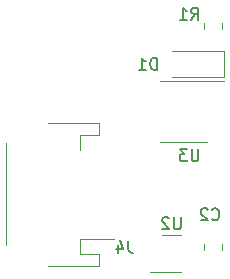
<source format=gbr>
%TF.GenerationSoftware,KiCad,Pcbnew,7.0.2*%
%TF.CreationDate,2023-05-24T14:34:07-04:00*%
%TF.ProjectId,mcumod-at6,6d63756d-6f64-42d6-9174-362e6b696361,rev?*%
%TF.SameCoordinates,Original*%
%TF.FileFunction,Legend,Bot*%
%TF.FilePolarity,Positive*%
%FSLAX46Y46*%
G04 Gerber Fmt 4.6, Leading zero omitted, Abs format (unit mm)*
G04 Created by KiCad (PCBNEW 7.0.2) date 2023-05-24 14:34:07*
%MOMM*%
%LPD*%
G01*
G04 APERTURE LIST*
%ADD10C,0.150000*%
%ADD11C,0.120000*%
G04 APERTURE END LIST*
D10*
%TO.C,D1*%
X113238094Y-111462619D02*
X113238094Y-110462619D01*
X113238094Y-110462619D02*
X112999999Y-110462619D01*
X112999999Y-110462619D02*
X112857142Y-110510238D01*
X112857142Y-110510238D02*
X112761904Y-110605476D01*
X112761904Y-110605476D02*
X112714285Y-110700714D01*
X112714285Y-110700714D02*
X112666666Y-110891190D01*
X112666666Y-110891190D02*
X112666666Y-111034047D01*
X112666666Y-111034047D02*
X112714285Y-111224523D01*
X112714285Y-111224523D02*
X112761904Y-111319761D01*
X112761904Y-111319761D02*
X112857142Y-111415000D01*
X112857142Y-111415000D02*
X112999999Y-111462619D01*
X112999999Y-111462619D02*
X113238094Y-111462619D01*
X111714285Y-111462619D02*
X112285713Y-111462619D01*
X111999999Y-111462619D02*
X111999999Y-110462619D01*
X111999999Y-110462619D02*
X112095237Y-110605476D01*
X112095237Y-110605476D02*
X112190475Y-110700714D01*
X112190475Y-110700714D02*
X112285713Y-110748333D01*
%TO.C,J4*%
X110833333Y-125962619D02*
X110833333Y-126676904D01*
X110833333Y-126676904D02*
X110880952Y-126819761D01*
X110880952Y-126819761D02*
X110976190Y-126915000D01*
X110976190Y-126915000D02*
X111119047Y-126962619D01*
X111119047Y-126962619D02*
X111214285Y-126962619D01*
X109928571Y-126295952D02*
X109928571Y-126962619D01*
X110166666Y-125915000D02*
X110404761Y-126629285D01*
X110404761Y-126629285D02*
X109785714Y-126629285D01*
%TO.C,U3*%
X116761904Y-118212619D02*
X116761904Y-119022142D01*
X116761904Y-119022142D02*
X116714285Y-119117380D01*
X116714285Y-119117380D02*
X116666666Y-119165000D01*
X116666666Y-119165000D02*
X116571428Y-119212619D01*
X116571428Y-119212619D02*
X116380952Y-119212619D01*
X116380952Y-119212619D02*
X116285714Y-119165000D01*
X116285714Y-119165000D02*
X116238095Y-119117380D01*
X116238095Y-119117380D02*
X116190476Y-119022142D01*
X116190476Y-119022142D02*
X116190476Y-118212619D01*
X115809523Y-118212619D02*
X115190476Y-118212619D01*
X115190476Y-118212619D02*
X115523809Y-118593571D01*
X115523809Y-118593571D02*
X115380952Y-118593571D01*
X115380952Y-118593571D02*
X115285714Y-118641190D01*
X115285714Y-118641190D02*
X115238095Y-118688809D01*
X115238095Y-118688809D02*
X115190476Y-118784047D01*
X115190476Y-118784047D02*
X115190476Y-119022142D01*
X115190476Y-119022142D02*
X115238095Y-119117380D01*
X115238095Y-119117380D02*
X115285714Y-119165000D01*
X115285714Y-119165000D02*
X115380952Y-119212619D01*
X115380952Y-119212619D02*
X115666666Y-119212619D01*
X115666666Y-119212619D02*
X115761904Y-119165000D01*
X115761904Y-119165000D02*
X115809523Y-119117380D01*
%TO.C,U2*%
X115261904Y-123962619D02*
X115261904Y-124772142D01*
X115261904Y-124772142D02*
X115214285Y-124867380D01*
X115214285Y-124867380D02*
X115166666Y-124915000D01*
X115166666Y-124915000D02*
X115071428Y-124962619D01*
X115071428Y-124962619D02*
X114880952Y-124962619D01*
X114880952Y-124962619D02*
X114785714Y-124915000D01*
X114785714Y-124915000D02*
X114738095Y-124867380D01*
X114738095Y-124867380D02*
X114690476Y-124772142D01*
X114690476Y-124772142D02*
X114690476Y-123962619D01*
X114261904Y-124057857D02*
X114214285Y-124010238D01*
X114214285Y-124010238D02*
X114119047Y-123962619D01*
X114119047Y-123962619D02*
X113880952Y-123962619D01*
X113880952Y-123962619D02*
X113785714Y-124010238D01*
X113785714Y-124010238D02*
X113738095Y-124057857D01*
X113738095Y-124057857D02*
X113690476Y-124153095D01*
X113690476Y-124153095D02*
X113690476Y-124248333D01*
X113690476Y-124248333D02*
X113738095Y-124391190D01*
X113738095Y-124391190D02*
X114309523Y-124962619D01*
X114309523Y-124962619D02*
X113690476Y-124962619D01*
%TO.C,R1*%
X116166666Y-107212619D02*
X116499999Y-106736428D01*
X116738094Y-107212619D02*
X116738094Y-106212619D01*
X116738094Y-106212619D02*
X116357142Y-106212619D01*
X116357142Y-106212619D02*
X116261904Y-106260238D01*
X116261904Y-106260238D02*
X116214285Y-106307857D01*
X116214285Y-106307857D02*
X116166666Y-106403095D01*
X116166666Y-106403095D02*
X116166666Y-106545952D01*
X116166666Y-106545952D02*
X116214285Y-106641190D01*
X116214285Y-106641190D02*
X116261904Y-106688809D01*
X116261904Y-106688809D02*
X116357142Y-106736428D01*
X116357142Y-106736428D02*
X116738094Y-106736428D01*
X115214285Y-107212619D02*
X115785713Y-107212619D01*
X115499999Y-107212619D02*
X115499999Y-106212619D01*
X115499999Y-106212619D02*
X115595237Y-106355476D01*
X115595237Y-106355476D02*
X115690475Y-106450714D01*
X115690475Y-106450714D02*
X115785713Y-106498333D01*
%TO.C,C2*%
X117916666Y-124117380D02*
X117964285Y-124165000D01*
X117964285Y-124165000D02*
X118107142Y-124212619D01*
X118107142Y-124212619D02*
X118202380Y-124212619D01*
X118202380Y-124212619D02*
X118345237Y-124165000D01*
X118345237Y-124165000D02*
X118440475Y-124069761D01*
X118440475Y-124069761D02*
X118488094Y-123974523D01*
X118488094Y-123974523D02*
X118535713Y-123784047D01*
X118535713Y-123784047D02*
X118535713Y-123641190D01*
X118535713Y-123641190D02*
X118488094Y-123450714D01*
X118488094Y-123450714D02*
X118440475Y-123355476D01*
X118440475Y-123355476D02*
X118345237Y-123260238D01*
X118345237Y-123260238D02*
X118202380Y-123212619D01*
X118202380Y-123212619D02*
X118107142Y-123212619D01*
X118107142Y-123212619D02*
X117964285Y-123260238D01*
X117964285Y-123260238D02*
X117916666Y-123307857D01*
X117535713Y-123307857D02*
X117488094Y-123260238D01*
X117488094Y-123260238D02*
X117392856Y-123212619D01*
X117392856Y-123212619D02*
X117154761Y-123212619D01*
X117154761Y-123212619D02*
X117059523Y-123260238D01*
X117059523Y-123260238D02*
X117011904Y-123307857D01*
X117011904Y-123307857D02*
X116964285Y-123403095D01*
X116964285Y-123403095D02*
X116964285Y-123498333D01*
X116964285Y-123498333D02*
X117011904Y-123641190D01*
X117011904Y-123641190D02*
X117583332Y-124212619D01*
X117583332Y-124212619D02*
X116964285Y-124212619D01*
D11*
%TO.C,D1*%
X114500000Y-109890000D02*
X118910000Y-109890000D01*
X118910000Y-109890000D02*
X118910000Y-112110000D01*
X118910000Y-112110000D02*
X114500000Y-112110000D01*
%TO.C,J4*%
X108310000Y-128060000D02*
X108310000Y-127040000D01*
X108310000Y-127040000D02*
X106710000Y-127040000D01*
X108310000Y-116960000D02*
X106710000Y-116960000D01*
X104060000Y-115940000D02*
X108310000Y-115940000D01*
X106710000Y-127040000D02*
X106710000Y-125760000D01*
X106710000Y-125760000D02*
X109600000Y-125760000D01*
X104060000Y-128060000D02*
X108310000Y-128060000D01*
X100490000Y-126340000D02*
X100490000Y-117660000D01*
X106710000Y-116960000D02*
X106710000Y-118240000D01*
X108310000Y-115940000D02*
X108310000Y-116960000D01*
%TO.C,U3*%
X115500000Y-112440000D02*
X113550000Y-112440000D01*
X115500000Y-117560000D02*
X113550000Y-117560000D01*
X115500000Y-112440000D02*
X118950000Y-112440000D01*
X115500000Y-117560000D02*
X117450000Y-117560000D01*
%TO.C,U2*%
X114500000Y-125440000D02*
X113700000Y-125440000D01*
X114500000Y-125440000D02*
X115300000Y-125440000D01*
X114500000Y-128560000D02*
X112700000Y-128560000D01*
X114500000Y-128560000D02*
X115300000Y-128560000D01*
%TO.C,R1*%
X118735000Y-107977064D02*
X118735000Y-107522936D01*
X117265000Y-107977064D02*
X117265000Y-107522936D01*
%TO.C,C2*%
X118735000Y-126761252D02*
X118735000Y-126238748D01*
X117265000Y-126761252D02*
X117265000Y-126238748D01*
%TD*%
M02*

</source>
